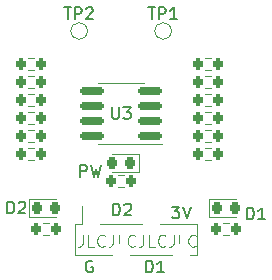
<source format=gbr>
%TF.GenerationSoftware,KiCad,Pcbnew,7.0.9*%
%TF.CreationDate,2023-12-14T21:42:17-08:00*%
%TF.ProjectId,encoder-board,656e636f-6465-4722-9d62-6f6172642e6b,rev?*%
%TF.SameCoordinates,Original*%
%TF.FileFunction,Legend,Top*%
%TF.FilePolarity,Positive*%
%FSLAX46Y46*%
G04 Gerber Fmt 4.6, Leading zero omitted, Abs format (unit mm)*
G04 Created by KiCad (PCBNEW 7.0.9) date 2023-12-14 21:42:17*
%MOMM*%
%LPD*%
G01*
G04 APERTURE LIST*
G04 Aperture macros list*
%AMRoundRect*
0 Rectangle with rounded corners*
0 $1 Rounding radius*
0 $2 $3 $4 $5 $6 $7 $8 $9 X,Y pos of 4 corners*
0 Add a 4 corners polygon primitive as box body*
4,1,4,$2,$3,$4,$5,$6,$7,$8,$9,$2,$3,0*
0 Add four circle primitives for the rounded corners*
1,1,$1+$1,$2,$3*
1,1,$1+$1,$4,$5*
1,1,$1+$1,$6,$7*
1,1,$1+$1,$8,$9*
0 Add four rect primitives between the rounded corners*
20,1,$1+$1,$2,$3,$4,$5,0*
20,1,$1+$1,$4,$5,$6,$7,0*
20,1,$1+$1,$6,$7,$8,$9,0*
20,1,$1+$1,$8,$9,$2,$3,0*%
G04 Aperture macros list end*
%ADD10C,0.125000*%
%ADD11C,0.150000*%
%ADD12C,0.120000*%
%ADD13RoundRect,0.200000X-0.200000X-0.275000X0.200000X-0.275000X0.200000X0.275000X-0.200000X0.275000X0*%
%ADD14RoundRect,0.200000X0.200000X0.275000X-0.200000X0.275000X-0.200000X-0.275000X0.200000X-0.275000X0*%
%ADD15RoundRect,0.218750X-0.218750X-0.256250X0.218750X-0.256250X0.218750X0.256250X-0.218750X0.256250X0*%
%ADD16RoundRect,0.150000X0.825000X0.150000X-0.825000X0.150000X-0.825000X-0.150000X0.825000X-0.150000X0*%
%ADD17C,1.000000*%
%ADD18C,3.500000*%
%ADD19R,1.000000X2.510000*%
%ADD20RoundRect,0.218750X0.218750X0.256250X-0.218750X0.256250X-0.218750X-0.256250X0.218750X-0.256250X0*%
G04 APERTURE END LIST*
D10*
X34845245Y-46216719D02*
X34845245Y-46931004D01*
X34845245Y-46931004D02*
X34797626Y-47073861D01*
X34797626Y-47073861D02*
X34702388Y-47169100D01*
X34702388Y-47169100D02*
X34559531Y-47216719D01*
X34559531Y-47216719D02*
X34464293Y-47216719D01*
X35797626Y-47216719D02*
X35321436Y-47216719D01*
X35321436Y-47216719D02*
X35321436Y-46216719D01*
X36702388Y-47121480D02*
X36654769Y-47169100D01*
X36654769Y-47169100D02*
X36511912Y-47216719D01*
X36511912Y-47216719D02*
X36416674Y-47216719D01*
X36416674Y-47216719D02*
X36273817Y-47169100D01*
X36273817Y-47169100D02*
X36178579Y-47073861D01*
X36178579Y-47073861D02*
X36130960Y-46978623D01*
X36130960Y-46978623D02*
X36083341Y-46788147D01*
X36083341Y-46788147D02*
X36083341Y-46645290D01*
X36083341Y-46645290D02*
X36130960Y-46454814D01*
X36130960Y-46454814D02*
X36178579Y-46359576D01*
X36178579Y-46359576D02*
X36273817Y-46264338D01*
X36273817Y-46264338D02*
X36416674Y-46216719D01*
X36416674Y-46216719D02*
X36511912Y-46216719D01*
X36511912Y-46216719D02*
X36654769Y-46264338D01*
X36654769Y-46264338D02*
X36702388Y-46311957D01*
X37416674Y-46216719D02*
X37416674Y-46931004D01*
X37416674Y-46931004D02*
X37369055Y-47073861D01*
X37369055Y-47073861D02*
X37273817Y-47169100D01*
X37273817Y-47169100D02*
X37130960Y-47216719D01*
X37130960Y-47216719D02*
X37035722Y-47216719D01*
X38369055Y-47216719D02*
X37892865Y-47216719D01*
X37892865Y-47216719D02*
X37892865Y-46216719D01*
X39273817Y-47121480D02*
X39226198Y-47169100D01*
X39226198Y-47169100D02*
X39083341Y-47216719D01*
X39083341Y-47216719D02*
X38988103Y-47216719D01*
X38988103Y-47216719D02*
X38845246Y-47169100D01*
X38845246Y-47169100D02*
X38750008Y-47073861D01*
X38750008Y-47073861D02*
X38702389Y-46978623D01*
X38702389Y-46978623D02*
X38654770Y-46788147D01*
X38654770Y-46788147D02*
X38654770Y-46645290D01*
X38654770Y-46645290D02*
X38702389Y-46454814D01*
X38702389Y-46454814D02*
X38750008Y-46359576D01*
X38750008Y-46359576D02*
X38845246Y-46264338D01*
X38845246Y-46264338D02*
X38988103Y-46216719D01*
X38988103Y-46216719D02*
X39083341Y-46216719D01*
X39083341Y-46216719D02*
X39226198Y-46264338D01*
X39226198Y-46264338D02*
X39273817Y-46311957D01*
X39988103Y-46216719D02*
X39988103Y-46931004D01*
X39988103Y-46931004D02*
X39940484Y-47073861D01*
X39940484Y-47073861D02*
X39845246Y-47169100D01*
X39845246Y-47169100D02*
X39702389Y-47216719D01*
X39702389Y-47216719D02*
X39607151Y-47216719D01*
X40940484Y-47216719D02*
X40464294Y-47216719D01*
X40464294Y-47216719D02*
X40464294Y-46216719D01*
X41845246Y-47121480D02*
X41797627Y-47169100D01*
X41797627Y-47169100D02*
X41654770Y-47216719D01*
X41654770Y-47216719D02*
X41559532Y-47216719D01*
X41559532Y-47216719D02*
X41416675Y-47169100D01*
X41416675Y-47169100D02*
X41321437Y-47073861D01*
X41321437Y-47073861D02*
X41273818Y-46978623D01*
X41273818Y-46978623D02*
X41226199Y-46788147D01*
X41226199Y-46788147D02*
X41226199Y-46645290D01*
X41226199Y-46645290D02*
X41273818Y-46454814D01*
X41273818Y-46454814D02*
X41321437Y-46359576D01*
X41321437Y-46359576D02*
X41416675Y-46264338D01*
X41416675Y-46264338D02*
X41559532Y-46216719D01*
X41559532Y-46216719D02*
X41654770Y-46216719D01*
X41654770Y-46216719D02*
X41797627Y-46264338D01*
X41797627Y-46264338D02*
X41845246Y-46311957D01*
X42559532Y-46216719D02*
X42559532Y-46931004D01*
X42559532Y-46931004D02*
X42511913Y-47073861D01*
X42511913Y-47073861D02*
X42416675Y-47169100D01*
X42416675Y-47169100D02*
X42273818Y-47216719D01*
X42273818Y-47216719D02*
X42178580Y-47216719D01*
X43511913Y-47216719D02*
X43035723Y-47216719D01*
X43035723Y-47216719D02*
X43035723Y-46216719D01*
X44416675Y-47121480D02*
X44369056Y-47169100D01*
X44369056Y-47169100D02*
X44226199Y-47216719D01*
X44226199Y-47216719D02*
X44130961Y-47216719D01*
X44130961Y-47216719D02*
X43988104Y-47169100D01*
X43988104Y-47169100D02*
X43892866Y-47073861D01*
X43892866Y-47073861D02*
X43845247Y-46978623D01*
X43845247Y-46978623D02*
X43797628Y-46788147D01*
X43797628Y-46788147D02*
X43797628Y-46645290D01*
X43797628Y-46645290D02*
X43845247Y-46454814D01*
X43845247Y-46454814D02*
X43892866Y-46359576D01*
X43892866Y-46359576D02*
X43988104Y-46264338D01*
X43988104Y-46264338D02*
X44130961Y-46216719D01*
X44130961Y-46216719D02*
X44226199Y-46216719D01*
X44226199Y-46216719D02*
X44369056Y-46264338D01*
X44369056Y-46264338D02*
X44416675Y-46311957D01*
D11*
X42405541Y-43827819D02*
X43024588Y-43827819D01*
X43024588Y-43827819D02*
X42691255Y-44208771D01*
X42691255Y-44208771D02*
X42834112Y-44208771D01*
X42834112Y-44208771D02*
X42929350Y-44256390D01*
X42929350Y-44256390D02*
X42976969Y-44304009D01*
X42976969Y-44304009D02*
X43024588Y-44399247D01*
X43024588Y-44399247D02*
X43024588Y-44637342D01*
X43024588Y-44637342D02*
X42976969Y-44732580D01*
X42976969Y-44732580D02*
X42929350Y-44780200D01*
X42929350Y-44780200D02*
X42834112Y-44827819D01*
X42834112Y-44827819D02*
X42548398Y-44827819D01*
X42548398Y-44827819D02*
X42453160Y-44780200D01*
X42453160Y-44780200D02*
X42405541Y-44732580D01*
X43310303Y-43827819D02*
X43643636Y-44827819D01*
X43643636Y-44827819D02*
X43976969Y-43827819D01*
X37420779Y-44573819D02*
X37420779Y-43573819D01*
X37420779Y-43573819D02*
X37658874Y-43573819D01*
X37658874Y-43573819D02*
X37801731Y-43621438D01*
X37801731Y-43621438D02*
X37896969Y-43716676D01*
X37896969Y-43716676D02*
X37944588Y-43811914D01*
X37944588Y-43811914D02*
X37992207Y-44002390D01*
X37992207Y-44002390D02*
X37992207Y-44145247D01*
X37992207Y-44145247D02*
X37944588Y-44335723D01*
X37944588Y-44335723D02*
X37896969Y-44430961D01*
X37896969Y-44430961D02*
X37801731Y-44526200D01*
X37801731Y-44526200D02*
X37658874Y-44573819D01*
X37658874Y-44573819D02*
X37420779Y-44573819D01*
X38373160Y-43669057D02*
X38420779Y-43621438D01*
X38420779Y-43621438D02*
X38516017Y-43573819D01*
X38516017Y-43573819D02*
X38754112Y-43573819D01*
X38754112Y-43573819D02*
X38849350Y-43621438D01*
X38849350Y-43621438D02*
X38896969Y-43669057D01*
X38896969Y-43669057D02*
X38944588Y-43764295D01*
X38944588Y-43764295D02*
X38944588Y-43859533D01*
X38944588Y-43859533D02*
X38896969Y-44002390D01*
X38896969Y-44002390D02*
X38325541Y-44573819D01*
X38325541Y-44573819D02*
X38944588Y-44573819D01*
X40214779Y-49399819D02*
X40214779Y-48399819D01*
X40214779Y-48399819D02*
X40452874Y-48399819D01*
X40452874Y-48399819D02*
X40595731Y-48447438D01*
X40595731Y-48447438D02*
X40690969Y-48542676D01*
X40690969Y-48542676D02*
X40738588Y-48637914D01*
X40738588Y-48637914D02*
X40786207Y-48828390D01*
X40786207Y-48828390D02*
X40786207Y-48971247D01*
X40786207Y-48971247D02*
X40738588Y-49161723D01*
X40738588Y-49161723D02*
X40690969Y-49256961D01*
X40690969Y-49256961D02*
X40595731Y-49352200D01*
X40595731Y-49352200D02*
X40452874Y-49399819D01*
X40452874Y-49399819D02*
X40214779Y-49399819D01*
X41738588Y-49399819D02*
X41167160Y-49399819D01*
X41452874Y-49399819D02*
X41452874Y-48399819D01*
X41452874Y-48399819D02*
X41357636Y-48542676D01*
X41357636Y-48542676D02*
X41262398Y-48637914D01*
X41262398Y-48637914D02*
X41167160Y-48685533D01*
X35658588Y-48447438D02*
X35563350Y-48399819D01*
X35563350Y-48399819D02*
X35420493Y-48399819D01*
X35420493Y-48399819D02*
X35277636Y-48447438D01*
X35277636Y-48447438D02*
X35182398Y-48542676D01*
X35182398Y-48542676D02*
X35134779Y-48637914D01*
X35134779Y-48637914D02*
X35087160Y-48828390D01*
X35087160Y-48828390D02*
X35087160Y-48971247D01*
X35087160Y-48971247D02*
X35134779Y-49161723D01*
X35134779Y-49161723D02*
X35182398Y-49256961D01*
X35182398Y-49256961D02*
X35277636Y-49352200D01*
X35277636Y-49352200D02*
X35420493Y-49399819D01*
X35420493Y-49399819D02*
X35515731Y-49399819D01*
X35515731Y-49399819D02*
X35658588Y-49352200D01*
X35658588Y-49352200D02*
X35706207Y-49304580D01*
X35706207Y-49304580D02*
X35706207Y-48971247D01*
X35706207Y-48971247D02*
X35515731Y-48971247D01*
X34626779Y-41322619D02*
X34626779Y-40322619D01*
X34626779Y-40322619D02*
X35007731Y-40322619D01*
X35007731Y-40322619D02*
X35102969Y-40370238D01*
X35102969Y-40370238D02*
X35150588Y-40417857D01*
X35150588Y-40417857D02*
X35198207Y-40513095D01*
X35198207Y-40513095D02*
X35198207Y-40655952D01*
X35198207Y-40655952D02*
X35150588Y-40751190D01*
X35150588Y-40751190D02*
X35102969Y-40798809D01*
X35102969Y-40798809D02*
X35007731Y-40846428D01*
X35007731Y-40846428D02*
X34626779Y-40846428D01*
X35531541Y-40322619D02*
X35769636Y-41322619D01*
X35769636Y-41322619D02*
X35960112Y-40608333D01*
X35960112Y-40608333D02*
X36150588Y-41322619D01*
X36150588Y-41322619D02*
X36388684Y-40322619D01*
X28471905Y-44396819D02*
X28471905Y-43396819D01*
X28471905Y-43396819D02*
X28710000Y-43396819D01*
X28710000Y-43396819D02*
X28852857Y-43444438D01*
X28852857Y-43444438D02*
X28948095Y-43539676D01*
X28948095Y-43539676D02*
X28995714Y-43634914D01*
X28995714Y-43634914D02*
X29043333Y-43825390D01*
X29043333Y-43825390D02*
X29043333Y-43968247D01*
X29043333Y-43968247D02*
X28995714Y-44158723D01*
X28995714Y-44158723D02*
X28948095Y-44253961D01*
X28948095Y-44253961D02*
X28852857Y-44349200D01*
X28852857Y-44349200D02*
X28710000Y-44396819D01*
X28710000Y-44396819D02*
X28471905Y-44396819D01*
X29424286Y-43492057D02*
X29471905Y-43444438D01*
X29471905Y-43444438D02*
X29567143Y-43396819D01*
X29567143Y-43396819D02*
X29805238Y-43396819D01*
X29805238Y-43396819D02*
X29900476Y-43444438D01*
X29900476Y-43444438D02*
X29948095Y-43492057D01*
X29948095Y-43492057D02*
X29995714Y-43587295D01*
X29995714Y-43587295D02*
X29995714Y-43682533D01*
X29995714Y-43682533D02*
X29948095Y-43825390D01*
X29948095Y-43825390D02*
X29376667Y-44396819D01*
X29376667Y-44396819D02*
X29995714Y-44396819D01*
X37338095Y-35395819D02*
X37338095Y-36205342D01*
X37338095Y-36205342D02*
X37385714Y-36300580D01*
X37385714Y-36300580D02*
X37433333Y-36348200D01*
X37433333Y-36348200D02*
X37528571Y-36395819D01*
X37528571Y-36395819D02*
X37719047Y-36395819D01*
X37719047Y-36395819D02*
X37814285Y-36348200D01*
X37814285Y-36348200D02*
X37861904Y-36300580D01*
X37861904Y-36300580D02*
X37909523Y-36205342D01*
X37909523Y-36205342D02*
X37909523Y-35395819D01*
X38290476Y-35395819D02*
X38909523Y-35395819D01*
X38909523Y-35395819D02*
X38576190Y-35776771D01*
X38576190Y-35776771D02*
X38719047Y-35776771D01*
X38719047Y-35776771D02*
X38814285Y-35824390D01*
X38814285Y-35824390D02*
X38861904Y-35872009D01*
X38861904Y-35872009D02*
X38909523Y-35967247D01*
X38909523Y-35967247D02*
X38909523Y-36205342D01*
X38909523Y-36205342D02*
X38861904Y-36300580D01*
X38861904Y-36300580D02*
X38814285Y-36348200D01*
X38814285Y-36348200D02*
X38719047Y-36395819D01*
X38719047Y-36395819D02*
X38433333Y-36395819D01*
X38433333Y-36395819D02*
X38338095Y-36348200D01*
X38338095Y-36348200D02*
X38290476Y-36300580D01*
X40394095Y-26962819D02*
X40965523Y-26962819D01*
X40679809Y-27962819D02*
X40679809Y-26962819D01*
X41298857Y-27962819D02*
X41298857Y-26962819D01*
X41298857Y-26962819D02*
X41679809Y-26962819D01*
X41679809Y-26962819D02*
X41775047Y-27010438D01*
X41775047Y-27010438D02*
X41822666Y-27058057D01*
X41822666Y-27058057D02*
X41870285Y-27153295D01*
X41870285Y-27153295D02*
X41870285Y-27296152D01*
X41870285Y-27296152D02*
X41822666Y-27391390D01*
X41822666Y-27391390D02*
X41775047Y-27439009D01*
X41775047Y-27439009D02*
X41679809Y-27486628D01*
X41679809Y-27486628D02*
X41298857Y-27486628D01*
X42822666Y-27962819D02*
X42251238Y-27962819D01*
X42536952Y-27962819D02*
X42536952Y-26962819D01*
X42536952Y-26962819D02*
X42441714Y-27105676D01*
X42441714Y-27105676D02*
X42346476Y-27200914D01*
X42346476Y-27200914D02*
X42251238Y-27248533D01*
X33282095Y-26962819D02*
X33853523Y-26962819D01*
X33567809Y-27962819D02*
X33567809Y-26962819D01*
X34186857Y-27962819D02*
X34186857Y-26962819D01*
X34186857Y-26962819D02*
X34567809Y-26962819D01*
X34567809Y-26962819D02*
X34663047Y-27010438D01*
X34663047Y-27010438D02*
X34710666Y-27058057D01*
X34710666Y-27058057D02*
X34758285Y-27153295D01*
X34758285Y-27153295D02*
X34758285Y-27296152D01*
X34758285Y-27296152D02*
X34710666Y-27391390D01*
X34710666Y-27391390D02*
X34663047Y-27439009D01*
X34663047Y-27439009D02*
X34567809Y-27486628D01*
X34567809Y-27486628D02*
X34186857Y-27486628D01*
X35139238Y-27058057D02*
X35186857Y-27010438D01*
X35186857Y-27010438D02*
X35282095Y-26962819D01*
X35282095Y-26962819D02*
X35520190Y-26962819D01*
X35520190Y-26962819D02*
X35615428Y-27010438D01*
X35615428Y-27010438D02*
X35663047Y-27058057D01*
X35663047Y-27058057D02*
X35710666Y-27153295D01*
X35710666Y-27153295D02*
X35710666Y-27248533D01*
X35710666Y-27248533D02*
X35663047Y-27391390D01*
X35663047Y-27391390D02*
X35091619Y-27962819D01*
X35091619Y-27962819D02*
X35710666Y-27962819D01*
X48766405Y-44904819D02*
X48766405Y-43904819D01*
X48766405Y-43904819D02*
X49004500Y-43904819D01*
X49004500Y-43904819D02*
X49147357Y-43952438D01*
X49147357Y-43952438D02*
X49242595Y-44047676D01*
X49242595Y-44047676D02*
X49290214Y-44142914D01*
X49290214Y-44142914D02*
X49337833Y-44333390D01*
X49337833Y-44333390D02*
X49337833Y-44476247D01*
X49337833Y-44476247D02*
X49290214Y-44666723D01*
X49290214Y-44666723D02*
X49242595Y-44761961D01*
X49242595Y-44761961D02*
X49147357Y-44857200D01*
X49147357Y-44857200D02*
X49004500Y-44904819D01*
X49004500Y-44904819D02*
X48766405Y-44904819D01*
X50290214Y-44904819D02*
X49718786Y-44904819D01*
X50004500Y-44904819D02*
X50004500Y-43904819D01*
X50004500Y-43904819D02*
X49909262Y-44047676D01*
X49909262Y-44047676D02*
X49814024Y-44142914D01*
X49814024Y-44142914D02*
X49718786Y-44190533D01*
D12*
%TO.C,R15*%
X30242742Y-32751500D02*
X30717258Y-32751500D01*
X30242742Y-33796500D02*
X30717258Y-33796500D01*
%TO.C,R11*%
X30242742Y-34275500D02*
X30717258Y-34275500D01*
X30242742Y-35320500D02*
X30717258Y-35320500D01*
%TO.C,R2*%
X30717258Y-39892500D02*
X30242742Y-39892500D01*
X30717258Y-38847500D02*
X30242742Y-38847500D01*
%TO.C,R13*%
X30717258Y-38368500D02*
X30242742Y-38368500D01*
X30717258Y-37323500D02*
X30242742Y-37323500D01*
%TO.C,D2*%
X30265000Y-43207000D02*
X30265000Y-44677000D01*
X30265000Y-44677000D02*
X32550000Y-44677000D01*
X32550000Y-43207000D02*
X30265000Y-43207000D01*
%TO.C,R9*%
X45228742Y-32751500D02*
X45703258Y-32751500D01*
X45228742Y-33796500D02*
X45703258Y-33796500D01*
%TO.C,R3*%
X45703258Y-32272500D02*
X45228742Y-32272500D01*
X45703258Y-31227500D02*
X45228742Y-31227500D01*
%TO.C,U3*%
X38100000Y-33381000D02*
X36150000Y-33381000D01*
X38100000Y-33381000D02*
X40050000Y-33381000D01*
X38100000Y-38501000D02*
X36150000Y-38501000D01*
X38100000Y-38501000D02*
X41550000Y-38501000D01*
%TO.C,TP1*%
X42356000Y-28956000D02*
G75*
G03*
X42356000Y-28956000I-700000J0D01*
G01*
%TO.C,R10*%
X45228742Y-37323500D02*
X45703258Y-37323500D01*
X45228742Y-38368500D02*
X45703258Y-38368500D01*
%TO.C,R6*%
X46752742Y-45197500D02*
X47227258Y-45197500D01*
X46752742Y-46242500D02*
X47227258Y-46242500D01*
%TO.C,R12*%
X30717258Y-36844500D02*
X30242742Y-36844500D01*
X30717258Y-35799500D02*
X30242742Y-35799500D01*
%TO.C,R14*%
X45703258Y-35320500D02*
X45228742Y-35320500D01*
X45703258Y-34275500D02*
X45228742Y-34275500D01*
%TO.C,R8*%
X45703258Y-36844500D02*
X45228742Y-36844500D01*
X45703258Y-35799500D02*
X45228742Y-35799500D01*
%TO.C,TP2*%
X35244000Y-28956000D02*
G75*
G03*
X35244000Y-28956000I-700000J0D01*
G01*
%TO.C,J1*%
X34230000Y-47943000D02*
X37340000Y-47943000D01*
X34230000Y-47943000D02*
X34230000Y-45283000D01*
X38860000Y-47943000D02*
X42420000Y-47943000D01*
X43940000Y-47943000D02*
X44510000Y-47943000D01*
X44510000Y-47943000D02*
X44510000Y-45283000D01*
X34230000Y-45283000D02*
X34800000Y-45283000D01*
X34800000Y-45283000D02*
X34800000Y-43763000D01*
X36320000Y-45283000D02*
X39880000Y-45283000D01*
X41400000Y-45283000D02*
X44510000Y-45283000D01*
%TO.C,R5*%
X38337258Y-42178500D02*
X37862742Y-42178500D01*
X38337258Y-41133500D02*
X37862742Y-41133500D01*
%TO.C,PW1*%
X39585000Y-40867000D02*
X39585000Y-39397000D01*
X39585000Y-39397000D02*
X37300000Y-39397000D01*
X37300000Y-40867000D02*
X39585000Y-40867000D01*
%TO.C,R4*%
X30242742Y-31227500D02*
X30717258Y-31227500D01*
X30242742Y-32272500D02*
X30717258Y-32272500D01*
%TO.C,R7*%
X31512742Y-45197500D02*
X31987258Y-45197500D01*
X31512742Y-46242500D02*
X31987258Y-46242500D01*
%TO.C,D1*%
X45505000Y-43207000D02*
X45505000Y-44677000D01*
X45505000Y-44677000D02*
X47790000Y-44677000D01*
X47790000Y-43207000D02*
X45505000Y-43207000D01*
%TO.C,R1*%
X45228742Y-38847500D02*
X45703258Y-38847500D01*
X45228742Y-39892500D02*
X45703258Y-39892500D01*
%TD*%
%LPC*%
D13*
%TO.C,R15*%
X29655000Y-33274000D03*
X31305000Y-33274000D03*
%TD*%
%TO.C,R11*%
X29655000Y-34798000D03*
X31305000Y-34798000D03*
%TD*%
D14*
%TO.C,R2*%
X31305000Y-39370000D03*
X29655000Y-39370000D03*
%TD*%
%TO.C,R13*%
X31305000Y-37846000D03*
X29655000Y-37846000D03*
%TD*%
D15*
%TO.C,D2*%
X30962500Y-43942000D03*
X32537500Y-43942000D03*
%TD*%
D13*
%TO.C,R9*%
X44641000Y-33274000D03*
X46291000Y-33274000D03*
%TD*%
D14*
%TO.C,R3*%
X46291000Y-31750000D03*
X44641000Y-31750000D03*
%TD*%
D16*
%TO.C,U3*%
X35625000Y-37846000D03*
X35625000Y-36576000D03*
X35625000Y-35306000D03*
X35625000Y-34036000D03*
X40575000Y-34036000D03*
X40575000Y-35306000D03*
X40575000Y-36576000D03*
X40575000Y-37846000D03*
%TD*%
D17*
%TO.C,TP1*%
X41656000Y-28956000D03*
%TD*%
D18*
%TO.C,H2*%
X27940000Y-48260000D03*
%TD*%
D13*
%TO.C,R10*%
X44641000Y-37846000D03*
X46291000Y-37846000D03*
%TD*%
D18*
%TO.C,H1*%
X48260000Y-27940000D03*
%TD*%
D13*
%TO.C,R6*%
X46165000Y-45720000D03*
X47815000Y-45720000D03*
%TD*%
D14*
%TO.C,R12*%
X31305000Y-36322000D03*
X29655000Y-36322000D03*
%TD*%
%TO.C,R14*%
X46291000Y-34798000D03*
X44641000Y-34798000D03*
%TD*%
%TO.C,R8*%
X46291000Y-36322000D03*
X44641000Y-36322000D03*
%TD*%
D17*
%TO.C,TP2*%
X34544000Y-28956000D03*
%TD*%
D19*
%TO.C,J1*%
X35560000Y-44958000D03*
X38100000Y-48268000D03*
X40640000Y-44958000D03*
X43180000Y-48268000D03*
%TD*%
D14*
%TO.C,R5*%
X38925000Y-41656000D03*
X37275000Y-41656000D03*
%TD*%
D20*
%TO.C,PW1*%
X38887500Y-40132000D03*
X37312500Y-40132000D03*
%TD*%
D13*
%TO.C,R4*%
X29655000Y-31750000D03*
X31305000Y-31750000D03*
%TD*%
%TO.C,R7*%
X30925000Y-45720000D03*
X32575000Y-45720000D03*
%TD*%
D15*
%TO.C,D1*%
X46202500Y-43942000D03*
X47777500Y-43942000D03*
%TD*%
D13*
%TO.C,R1*%
X44641000Y-39370000D03*
X46291000Y-39370000D03*
%TD*%
%LPD*%
M02*

</source>
